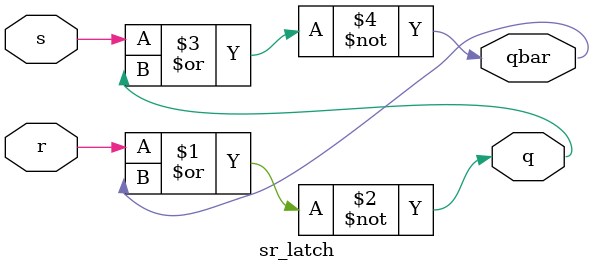
<source format=v>
module sr_latch(input s,r, output q, qbar);//nor
    assign q    = ~(r | qbar);
    assign qbar = ~(s | q);
endmodule


/*module sr_latch(input s,r, output q, qbar);//nand
    assign q    = ~(r & qbar);
    assign qbar = ~(s & q);
endmodule*/

</source>
